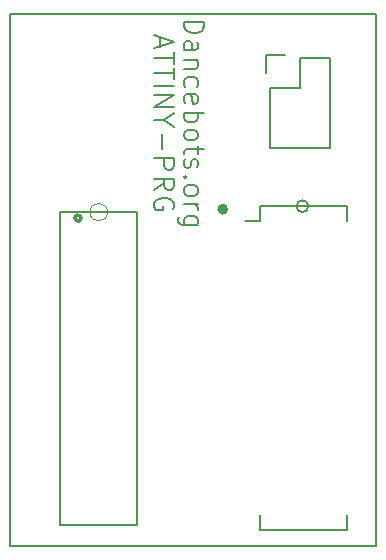
<source format=gbr>
G04 #@! TF.FileFunction,Legend,Top*
%FSLAX46Y46*%
G04 Gerber Fmt 4.6, Leading zero omitted, Abs format (unit mm)*
G04 Created by KiCad (PCBNEW 4.0.2+dfsg1-stable) date Die 12 Sep 2017 09:23:44 CEST*
%MOMM*%
G01*
G04 APERTURE LIST*
%ADD10C,0.100000*%
%ADD11C,0.170000*%
%ADD12C,0.150000*%
%ADD13C,0.200000*%
%ADD14C,0.400000*%
%ADD15C,0.300000*%
G04 APERTURE END LIST*
D10*
D11*
X14755952Y44371428D02*
X16455952Y44371428D01*
X16455952Y43966666D01*
X16375000Y43723809D01*
X16213095Y43561904D01*
X16051190Y43480952D01*
X15727381Y43400000D01*
X15484524Y43400000D01*
X15160714Y43480952D01*
X14998810Y43561904D01*
X14836905Y43723809D01*
X14755952Y43966666D01*
X14755952Y44371428D01*
X14755952Y41942857D02*
X15646429Y41942857D01*
X15808333Y42023809D01*
X15889286Y42185714D01*
X15889286Y42509523D01*
X15808333Y42671428D01*
X14836905Y41942857D02*
X14755952Y42104761D01*
X14755952Y42509523D01*
X14836905Y42671428D01*
X14998810Y42752380D01*
X15160714Y42752380D01*
X15322619Y42671428D01*
X15403571Y42509523D01*
X15403571Y42104761D01*
X15484524Y41942857D01*
X15889286Y41133333D02*
X14755952Y41133333D01*
X15727381Y41133333D02*
X15808333Y41052381D01*
X15889286Y40890476D01*
X15889286Y40647619D01*
X15808333Y40485714D01*
X15646429Y40404762D01*
X14755952Y40404762D01*
X14836905Y38866667D02*
X14755952Y39028571D01*
X14755952Y39352381D01*
X14836905Y39514286D01*
X14917857Y39595238D01*
X15079762Y39676190D01*
X15565476Y39676190D01*
X15727381Y39595238D01*
X15808333Y39514286D01*
X15889286Y39352381D01*
X15889286Y39028571D01*
X15808333Y38866667D01*
X14836905Y37490476D02*
X14755952Y37652381D01*
X14755952Y37976190D01*
X14836905Y38138095D01*
X14998810Y38219047D01*
X15646429Y38219047D01*
X15808333Y38138095D01*
X15889286Y37976190D01*
X15889286Y37652381D01*
X15808333Y37490476D01*
X15646429Y37409524D01*
X15484524Y37409524D01*
X15322619Y38219047D01*
X14755952Y36680952D02*
X16455952Y36680952D01*
X15808333Y36680952D02*
X15889286Y36519047D01*
X15889286Y36195238D01*
X15808333Y36033333D01*
X15727381Y35952381D01*
X15565476Y35871428D01*
X15079762Y35871428D01*
X14917857Y35952381D01*
X14836905Y36033333D01*
X14755952Y36195238D01*
X14755952Y36519047D01*
X14836905Y36680952D01*
X14755952Y34900000D02*
X14836905Y35061905D01*
X14917857Y35142857D01*
X15079762Y35223809D01*
X15565476Y35223809D01*
X15727381Y35142857D01*
X15808333Y35061905D01*
X15889286Y34900000D01*
X15889286Y34657143D01*
X15808333Y34495238D01*
X15727381Y34414286D01*
X15565476Y34333333D01*
X15079762Y34333333D01*
X14917857Y34414286D01*
X14836905Y34495238D01*
X14755952Y34657143D01*
X14755952Y34900000D01*
X15889286Y33847619D02*
X15889286Y33200000D01*
X16455952Y33604762D02*
X14998810Y33604762D01*
X14836905Y33523810D01*
X14755952Y33361905D01*
X14755952Y33200000D01*
X14836905Y32714285D02*
X14755952Y32552381D01*
X14755952Y32228571D01*
X14836905Y32066666D01*
X14998810Y31985714D01*
X15079762Y31985714D01*
X15241667Y32066666D01*
X15322619Y32228571D01*
X15322619Y32471428D01*
X15403571Y32633333D01*
X15565476Y32714285D01*
X15646429Y32714285D01*
X15808333Y32633333D01*
X15889286Y32471428D01*
X15889286Y32228571D01*
X15808333Y32066666D01*
X14917857Y31257143D02*
X14836905Y31176191D01*
X14755952Y31257143D01*
X14836905Y31338095D01*
X14917857Y31257143D01*
X14755952Y31257143D01*
X14755952Y30204762D02*
X14836905Y30366667D01*
X14917857Y30447619D01*
X15079762Y30528571D01*
X15565476Y30528571D01*
X15727381Y30447619D01*
X15808333Y30366667D01*
X15889286Y30204762D01*
X15889286Y29961905D01*
X15808333Y29800000D01*
X15727381Y29719048D01*
X15565476Y29638095D01*
X15079762Y29638095D01*
X14917857Y29719048D01*
X14836905Y29800000D01*
X14755952Y29961905D01*
X14755952Y30204762D01*
X14755952Y28909524D02*
X15889286Y28909524D01*
X15565476Y28909524D02*
X15727381Y28828572D01*
X15808333Y28747619D01*
X15889286Y28585715D01*
X15889286Y28423810D01*
X15889286Y27128572D02*
X14513095Y27128572D01*
X14351190Y27209524D01*
X14270238Y27290476D01*
X14189286Y27452381D01*
X14189286Y27695238D01*
X14270238Y27857143D01*
X14836905Y27128572D02*
X14755952Y27290476D01*
X14755952Y27614286D01*
X14836905Y27776191D01*
X14917857Y27857143D01*
X15079762Y27938095D01*
X15565476Y27938095D01*
X15727381Y27857143D01*
X15808333Y27776191D01*
X15889286Y27614286D01*
X15889286Y27290476D01*
X15808333Y27128572D01*
X12691667Y43076190D02*
X12691667Y42266667D01*
X12205952Y43238095D02*
X13905952Y42671429D01*
X12205952Y42104762D01*
X13905952Y41780952D02*
X13905952Y40809524D01*
X12205952Y41295238D02*
X13905952Y41295238D01*
X13905952Y40485714D02*
X13905952Y39514286D01*
X12205952Y40000000D02*
X13905952Y40000000D01*
X12205952Y38947619D02*
X13905952Y38947619D01*
X12205952Y38138095D02*
X13905952Y38138095D01*
X12205952Y37166667D01*
X13905952Y37166667D01*
X13015476Y36033334D02*
X12205952Y36033334D01*
X13905952Y36600000D02*
X13015476Y36033334D01*
X13905952Y35466667D01*
X12853571Y34900000D02*
X12853571Y33604762D01*
X12205952Y32795238D02*
X13905952Y32795238D01*
X13905952Y32147619D01*
X13825000Y31985714D01*
X13744048Y31904762D01*
X13582143Y31823810D01*
X13339286Y31823810D01*
X13177381Y31904762D01*
X13096429Y31985714D01*
X13015476Y32147619D01*
X13015476Y32795238D01*
X12205952Y30123810D02*
X13015476Y30690476D01*
X12205952Y31095238D02*
X13905952Y31095238D01*
X13905952Y30447619D01*
X13825000Y30285714D01*
X13744048Y30204762D01*
X13582143Y30123810D01*
X13339286Y30123810D01*
X13177381Y30204762D01*
X13096429Y30285714D01*
X13015476Y30447619D01*
X13015476Y31095238D01*
X13825000Y28504762D02*
X13905952Y28666667D01*
X13905952Y28909524D01*
X13825000Y29152381D01*
X13663095Y29314286D01*
X13501190Y29395238D01*
X13177381Y29476190D01*
X12934524Y29476190D01*
X12610714Y29395238D01*
X12448810Y29314286D01*
X12286905Y29152381D01*
X12205952Y28909524D01*
X12205952Y28747619D01*
X12286905Y28504762D01*
X12367857Y28423810D01*
X12934524Y28423810D01*
X12934524Y28747619D01*
D12*
X0Y0D02*
X0Y45000000D01*
X31000000Y0D02*
X0Y0D01*
X31000000Y45000000D02*
X31000000Y0D01*
X0Y45000000D02*
X31000000Y45000000D01*
D13*
X25250000Y28750000D02*
G75*
G03X25250000Y28750000I-500000J0D01*
G01*
D14*
X18250000Y28500000D02*
G75*
G03X18250000Y28500000I-250000J0D01*
G01*
D12*
X21135000Y28745000D02*
X21135000Y27475000D01*
X28485000Y28745000D02*
X28485000Y27475000D01*
X28485000Y1295000D02*
X28485000Y2565000D01*
X21135000Y1295000D02*
X21135000Y2565000D01*
X21135000Y28745000D02*
X28485000Y28745000D01*
X21135000Y1295000D02*
X28485000Y1295000D01*
X21135000Y27475000D02*
X19850000Y27475000D01*
X21980000Y38730000D02*
X21980000Y33650000D01*
X21700000Y41550000D02*
X23250000Y41550000D01*
X24520000Y41270000D02*
X24520000Y38730000D01*
X24520000Y38730000D02*
X21980000Y38730000D01*
X21980000Y33650000D02*
X27060000Y33650000D01*
X27060000Y33650000D02*
X27060000Y38730000D01*
X21700000Y41550000D02*
X21700000Y40000000D01*
X27060000Y41270000D02*
X24520000Y41270000D01*
X27060000Y38730000D02*
X27060000Y41270000D01*
D10*
X8251100Y28246400D02*
G75*
G03X8251100Y28246400I-750000J0D01*
G01*
D15*
X6001100Y27746400D02*
G75*
G03X6001100Y27746400I-250000J0D01*
G01*
D11*
X4251100Y28246400D02*
X10751100Y28246400D01*
X10751100Y28246400D02*
X10751100Y1746400D01*
X10751100Y1746400D02*
X4251100Y1746400D01*
X4251100Y1746400D02*
X4251100Y28246400D01*
M02*

</source>
